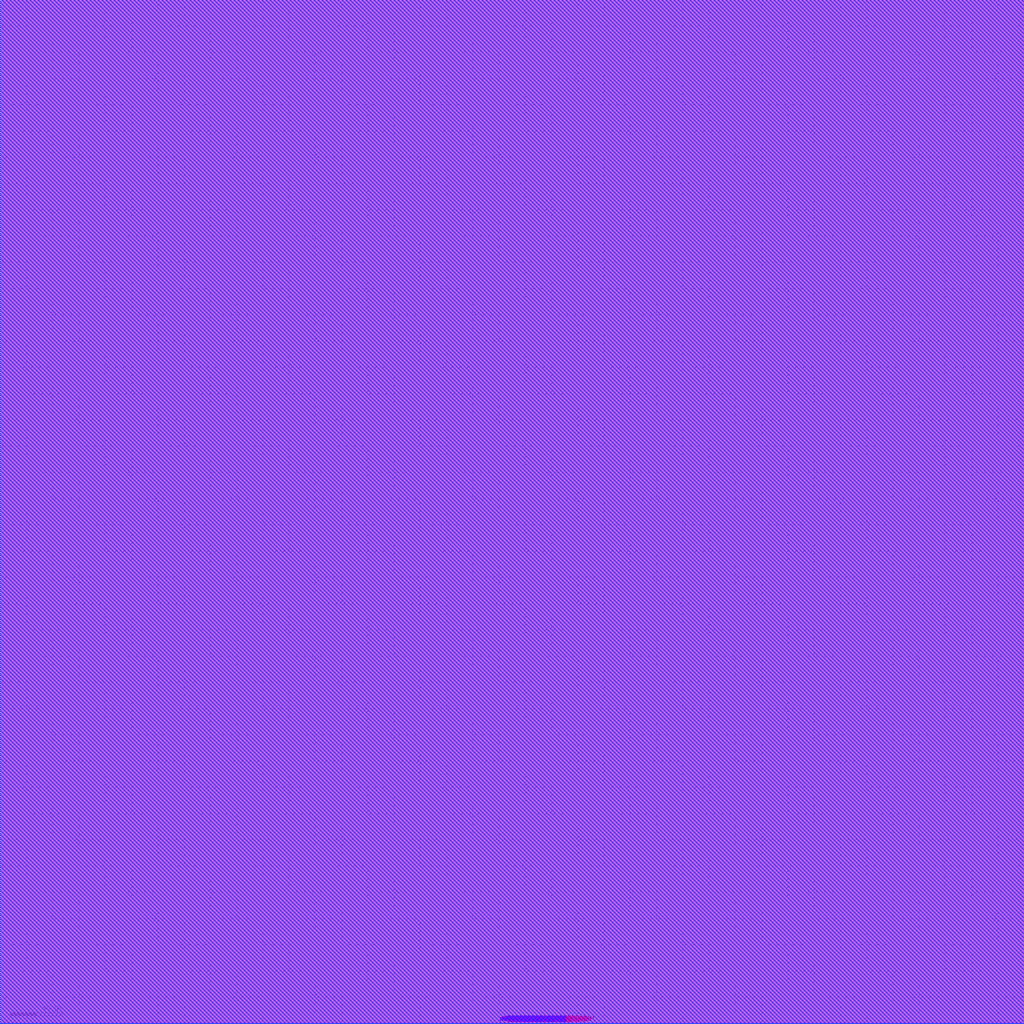
<source format=lef>
##
## LEF for PtnCells ;
## created by Innovus v19.16-s053_1 on Tue Apr 25 13:18:34 2023
##

VERSION 5.8 ;

BUSBITCHARS "[]" ;
DIVIDERCHAR "/" ;

MACRO ORCA_TOP
  CLASS BLOCK ;
  SIZE 780.064000 BY 780.064000 ;
  FOREIGN ORCA_TOP 0.000000 0.000000 ;
  ORIGIN 0 0 ;
  SYMMETRY X Y R90 ;
  PIN sdram_clk
    DIRECTION INPUT ;
    USE SIGNAL ;
    PORT
      LAYER M6 ;
        RECT 379.972000 0.000000 380.028000 0.286000 ;
    END
  END sdram_clk
  PIN sys_2x_clk
    DIRECTION INPUT ;
    USE SIGNAL ;
    PORT
      LAYER M6 ;
        RECT 380.276000 0.000000 380.332000 0.286000 ;
    END
  END sys_2x_clk
  PIN shutdown
    DIRECTION INPUT ;
    USE SIGNAL ;
    PORT
      LAYER M6 ;
        RECT 380.580000 0.000000 380.636000 0.286000 ;
    END
  END shutdown
  PIN test_mode
    DIRECTION INPUT ;
    USE SIGNAL ;
    PORT
      LAYER M6 ;
        RECT 380.884000 0.000000 380.940000 0.286000 ;
    END
  END test_mode
  PIN test_si[5]
    DIRECTION INPUT ;
    USE SIGNAL ;
    PORT
      LAYER M6 ;
        RECT 381.188000 0.000000 381.244000 0.286000 ;
    END
  END test_si[5]
  PIN test_si[4]
    DIRECTION INPUT ;
    USE SIGNAL ;
    PORT
      LAYER M6 ;
        RECT 381.492000 0.000000 381.548000 0.286000 ;
    END
  END test_si[4]
  PIN test_si[3]
    DIRECTION INPUT ;
    USE SIGNAL ;
    PORT
      LAYER M6 ;
        RECT 381.796000 0.000000 381.852000 0.286000 ;
    END
  END test_si[3]
  PIN test_si[2]
    DIRECTION INPUT ;
    USE SIGNAL ;
    PORT
      LAYER M6 ;
        RECT 382.100000 0.000000 382.156000 0.286000 ;
    END
  END test_si[2]
  PIN test_si[1]
    DIRECTION INPUT ;
    USE SIGNAL ;
    PORT
      LAYER M6 ;
        RECT 382.404000 0.000000 382.460000 0.286000 ;
    END
  END test_si[1]
  PIN test_si[0]
    DIRECTION INPUT ;
    USE SIGNAL ;
    PORT
      LAYER M6 ;
        RECT 382.708000 0.000000 382.764000 0.286000 ;
    END
  END test_si[0]
  PIN test_so[5]
    DIRECTION OUTPUT ;
    USE SIGNAL ;
    PORT
      LAYER M6 ;
        RECT 383.012000 0.000000 383.068000 0.286000 ;
    END
  END test_so[5]
  PIN test_so[4]
    DIRECTION OUTPUT ;
    USE SIGNAL ;
    PORT
      LAYER M6 ;
        RECT 383.316000 0.000000 383.372000 0.286000 ;
    END
  END test_so[4]
  PIN test_so[3]
    DIRECTION OUTPUT ;
    USE SIGNAL ;
    PORT
      LAYER M6 ;
        RECT 383.620000 0.000000 383.676000 0.286000 ;
    END
  END test_so[3]
  PIN test_so[2]
    DIRECTION OUTPUT ;
    USE SIGNAL ;
    PORT
      LAYER M6 ;
        RECT 383.924000 0.000000 383.980000 0.286000 ;
    END
  END test_so[2]
  PIN test_so[1]
    DIRECTION OUTPUT ;
    USE SIGNAL ;
    PORT
      LAYER M6 ;
        RECT 384.228000 0.000000 384.284000 0.286000 ;
    END
  END test_so[1]
  PIN test_so[0]
    DIRECTION OUTPUT ;
    USE SIGNAL ;
    PORT
      LAYER M6 ;
        RECT 384.532000 0.000000 384.588000 0.286000 ;
    END
  END test_so[0]
  PIN scan_enable
    DIRECTION INPUT ;
    USE SIGNAL ;
    PORT
      LAYER M6 ;
        RECT 384.836000 0.000000 384.892000 0.286000 ;
    END
  END scan_enable
  PIN ate_clk
    DIRECTION INPUT ;
    USE SIGNAL ;
    PORT
      LAYER M6 ;
        RECT 385.140000 0.000000 385.196000 0.286000 ;
    END
  END ate_clk
  PIN occ_bypass
    DIRECTION INPUT ;
    USE SIGNAL ;
    PORT
      LAYER M6 ;
        RECT 385.444000 0.000000 385.500000 0.286000 ;
    END
  END occ_bypass
  PIN occ_reset
    DIRECTION INPUT ;
    USE SIGNAL ;
    PORT
      LAYER M6 ;
        RECT 385.748000 0.000000 385.804000 0.286000 ;
    END
  END occ_reset
  PIN pclk
    DIRECTION INPUT ;
    USE SIGNAL ;
    PORT
      LAYER M6 ;
        RECT 386.052000 0.000000 386.108000 0.286000 ;
    END
  END pclk
  PIN prst_n
    DIRECTION INPUT ;
    USE SIGNAL ;
    PORT
      LAYER M6 ;
        RECT 386.356000 0.000000 386.412000 0.286000 ;
    END
  END prst_n
  PIN pidsel
    DIRECTION INPUT ;
    USE SIGNAL ;
    PORT
      LAYER M6 ;
        RECT 386.660000 0.000000 386.716000 0.286000 ;
    END
  END pidsel
  PIN pgnt_n
    DIRECTION INPUT ;
    USE SIGNAL ;
    PORT
      LAYER M6 ;
        RECT 386.964000 0.000000 387.020000 0.286000 ;
    END
  END pgnt_n
  PIN pad_in[31]
    DIRECTION INPUT ;
    USE SIGNAL ;
    PORT
      LAYER M6 ;
        RECT 387.268000 0.000000 387.324000 0.286000 ;
    END
  END pad_in[31]
  PIN pad_in[30]
    DIRECTION INPUT ;
    USE SIGNAL ;
    PORT
      LAYER M6 ;
        RECT 387.572000 0.000000 387.628000 0.286000 ;
    END
  END pad_in[30]
  PIN pad_in[29]
    DIRECTION INPUT ;
    USE SIGNAL ;
    PORT
      LAYER M6 ;
        RECT 387.876000 0.000000 387.932000 0.286000 ;
    END
  END pad_in[29]
  PIN pad_in[28]
    DIRECTION INPUT ;
    USE SIGNAL ;
    PORT
      LAYER M6 ;
        RECT 388.180000 0.000000 388.236000 0.286000 ;
    END
  END pad_in[28]
  PIN pad_in[27]
    DIRECTION INPUT ;
    USE SIGNAL ;
    PORT
      LAYER M6 ;
        RECT 388.484000 0.000000 388.540000 0.286000 ;
    END
  END pad_in[27]
  PIN pad_in[26]
    DIRECTION INPUT ;
    USE SIGNAL ;
    PORT
      LAYER M6 ;
        RECT 388.788000 0.000000 388.844000 0.286000 ;
    END
  END pad_in[26]
  PIN pad_in[25]
    DIRECTION INPUT ;
    USE SIGNAL ;
    PORT
      LAYER M6 ;
        RECT 389.092000 0.000000 389.148000 0.286000 ;
    END
  END pad_in[25]
  PIN pad_in[24]
    DIRECTION INPUT ;
    USE SIGNAL ;
    PORT
      LAYER M6 ;
        RECT 389.396000 0.000000 389.452000 0.286000 ;
    END
  END pad_in[24]
  PIN pad_in[23]
    DIRECTION INPUT ;
    USE SIGNAL ;
    PORT
      LAYER M6 ;
        RECT 389.700000 0.000000 389.756000 0.286000 ;
    END
  END pad_in[23]
  PIN pad_in[22]
    DIRECTION INPUT ;
    USE SIGNAL ;
    PORT
      LAYER M6 ;
        RECT 390.004000 0.000000 390.060000 0.286000 ;
    END
  END pad_in[22]
  PIN pad_in[21]
    DIRECTION INPUT ;
    USE SIGNAL ;
    PORT
      LAYER M6 ;
        RECT 390.308000 0.000000 390.364000 0.286000 ;
    END
  END pad_in[21]
  PIN pad_in[20]
    DIRECTION INPUT ;
    USE SIGNAL ;
    PORT
      LAYER M6 ;
        RECT 390.612000 0.000000 390.668000 0.286000 ;
    END
  END pad_in[20]
  PIN pad_in[19]
    DIRECTION INPUT ;
    USE SIGNAL ;
    PORT
      LAYER M6 ;
        RECT 390.916000 0.000000 390.972000 0.286000 ;
    END
  END pad_in[19]
  PIN pad_in[18]
    DIRECTION INPUT ;
    USE SIGNAL ;
    PORT
      LAYER M6 ;
        RECT 391.220000 0.000000 391.276000 0.286000 ;
    END
  END pad_in[18]
  PIN pad_in[17]
    DIRECTION INPUT ;
    USE SIGNAL ;
    PORT
      LAYER M6 ;
        RECT 391.524000 0.000000 391.580000 0.286000 ;
    END
  END pad_in[17]
  PIN pad_in[16]
    DIRECTION INPUT ;
    USE SIGNAL ;
    PORT
      LAYER M6 ;
        RECT 391.828000 0.000000 391.884000 0.286000 ;
    END
  END pad_in[16]
  PIN pad_in[15]
    DIRECTION INPUT ;
    USE SIGNAL ;
    PORT
      LAYER M6 ;
        RECT 392.132000 0.000000 392.188000 0.286000 ;
    END
  END pad_in[15]
  PIN pad_in[14]
    DIRECTION INPUT ;
    USE SIGNAL ;
    PORT
      LAYER M6 ;
        RECT 392.436000 0.000000 392.492000 0.286000 ;
    END
  END pad_in[14]
  PIN pad_in[13]
    DIRECTION INPUT ;
    USE SIGNAL ;
    PORT
      LAYER M6 ;
        RECT 392.740000 0.000000 392.796000 0.286000 ;
    END
  END pad_in[13]
  PIN pad_in[12]
    DIRECTION INPUT ;
    USE SIGNAL ;
    PORT
      LAYER M6 ;
        RECT 393.044000 0.000000 393.100000 0.286000 ;
    END
  END pad_in[12]
  PIN pad_in[11]
    DIRECTION INPUT ;
    USE SIGNAL ;
    PORT
      LAYER M6 ;
        RECT 393.348000 0.000000 393.404000 0.286000 ;
    END
  END pad_in[11]
  PIN pad_in[10]
    DIRECTION INPUT ;
    USE SIGNAL ;
    PORT
      LAYER M6 ;
        RECT 393.652000 0.000000 393.708000 0.286000 ;
    END
  END pad_in[10]
  PIN pad_in[9]
    DIRECTION INPUT ;
    USE SIGNAL ;
    PORT
      LAYER M6 ;
        RECT 393.956000 0.000000 394.012000 0.286000 ;
    END
  END pad_in[9]
  PIN pad_in[8]
    DIRECTION INPUT ;
    USE SIGNAL ;
    PORT
      LAYER M6 ;
        RECT 394.260000 0.000000 394.316000 0.286000 ;
    END
  END pad_in[8]
  PIN pad_in[7]
    DIRECTION INPUT ;
    USE SIGNAL ;
    PORT
      LAYER M6 ;
        RECT 394.564000 0.000000 394.620000 0.286000 ;
    END
  END pad_in[7]
  PIN pad_in[6]
    DIRECTION INPUT ;
    USE SIGNAL ;
    PORT
      LAYER M6 ;
        RECT 394.868000 0.000000 394.924000 0.286000 ;
    END
  END pad_in[6]
  PIN pad_in[5]
    DIRECTION INPUT ;
    USE SIGNAL ;
    PORT
      LAYER M6 ;
        RECT 395.172000 0.000000 395.228000 0.286000 ;
    END
  END pad_in[5]
  PIN pad_in[4]
    DIRECTION INPUT ;
    USE SIGNAL ;
    PORT
      LAYER M6 ;
        RECT 395.476000 0.000000 395.532000 0.286000 ;
    END
  END pad_in[4]
  PIN pad_in[3]
    DIRECTION INPUT ;
    USE SIGNAL ;
    PORT
      LAYER M6 ;
        RECT 395.780000 0.000000 395.836000 0.286000 ;
    END
  END pad_in[3]
  PIN pad_in[2]
    DIRECTION INPUT ;
    USE SIGNAL ;
    PORT
      LAYER M6 ;
        RECT 396.084000 0.000000 396.140000 0.286000 ;
    END
  END pad_in[2]
  PIN pad_in[1]
    DIRECTION INPUT ;
    USE SIGNAL ;
    PORT
      LAYER M6 ;
        RECT 396.388000 0.000000 396.444000 0.286000 ;
    END
  END pad_in[1]
  PIN pad_in[0]
    DIRECTION INPUT ;
    USE SIGNAL ;
    PORT
      LAYER M6 ;
        RECT 396.692000 0.000000 396.748000 0.286000 ;
    END
  END pad_in[0]
  PIN pad_out[31]
    DIRECTION OUTPUT ;
    USE SIGNAL ;
    PORT
      LAYER M6 ;
        RECT 396.996000 0.000000 397.052000 0.286000 ;
    END
  END pad_out[31]
  PIN pad_out[30]
    DIRECTION OUTPUT ;
    USE SIGNAL ;
    PORT
      LAYER M6 ;
        RECT 397.300000 0.000000 397.356000 0.286000 ;
    END
  END pad_out[30]
  PIN pad_out[29]
    DIRECTION OUTPUT ;
    USE SIGNAL ;
    PORT
      LAYER M6 ;
        RECT 397.604000 0.000000 397.660000 0.286000 ;
    END
  END pad_out[29]
  PIN pad_out[28]
    DIRECTION OUTPUT ;
    USE SIGNAL ;
    PORT
      LAYER M6 ;
        RECT 397.908000 0.000000 397.964000 0.286000 ;
    END
  END pad_out[28]
  PIN pad_out[27]
    DIRECTION OUTPUT ;
    USE SIGNAL ;
    PORT
      LAYER M6 ;
        RECT 398.212000 0.000000 398.268000 0.286000 ;
    END
  END pad_out[27]
  PIN pad_out[26]
    DIRECTION OUTPUT ;
    USE SIGNAL ;
    PORT
      LAYER M6 ;
        RECT 398.516000 0.000000 398.572000 0.286000 ;
    END
  END pad_out[26]
  PIN pad_out[25]
    DIRECTION OUTPUT ;
    USE SIGNAL ;
    PORT
      LAYER M6 ;
        RECT 398.820000 0.000000 398.876000 0.286000 ;
    END
  END pad_out[25]
  PIN pad_out[24]
    DIRECTION OUTPUT ;
    USE SIGNAL ;
    PORT
      LAYER M6 ;
        RECT 399.124000 0.000000 399.180000 0.286000 ;
    END
  END pad_out[24]
  PIN pad_out[23]
    DIRECTION OUTPUT ;
    USE SIGNAL ;
    PORT
      LAYER M6 ;
        RECT 399.428000 0.000000 399.484000 0.286000 ;
    END
  END pad_out[23]
  PIN pad_out[22]
    DIRECTION OUTPUT ;
    USE SIGNAL ;
    PORT
      LAYER M6 ;
        RECT 399.732000 0.000000 399.788000 0.286000 ;
    END
  END pad_out[22]
  PIN pad_out[21]
    DIRECTION OUTPUT ;
    USE SIGNAL ;
    PORT
      LAYER M6 ;
        RECT 400.036000 0.000000 400.092000 0.286000 ;
    END
  END pad_out[21]
  PIN pad_out[20]
    DIRECTION OUTPUT ;
    USE SIGNAL ;
    PORT
      LAYER M6 ;
        RECT 400.340000 0.000000 400.396000 0.286000 ;
    END
  END pad_out[20]
  PIN pad_out[19]
    DIRECTION OUTPUT ;
    USE SIGNAL ;
    PORT
      LAYER M6 ;
        RECT 400.644000 0.000000 400.700000 0.286000 ;
    END
  END pad_out[19]
  PIN pad_out[18]
    DIRECTION OUTPUT ;
    USE SIGNAL ;
    PORT
      LAYER M6 ;
        RECT 400.948000 0.000000 401.004000 0.286000 ;
    END
  END pad_out[18]
  PIN pad_out[17]
    DIRECTION OUTPUT ;
    USE SIGNAL ;
    PORT
      LAYER M6 ;
        RECT 401.252000 0.000000 401.308000 0.286000 ;
    END
  END pad_out[17]
  PIN pad_out[16]
    DIRECTION OUTPUT ;
    USE SIGNAL ;
    PORT
      LAYER M6 ;
        RECT 401.556000 0.000000 401.612000 0.286000 ;
    END
  END pad_out[16]
  PIN pad_out[15]
    DIRECTION OUTPUT ;
    USE SIGNAL ;
    PORT
      LAYER M6 ;
        RECT 401.860000 0.000000 401.916000 0.286000 ;
    END
  END pad_out[15]
  PIN pad_out[14]
    DIRECTION OUTPUT ;
    USE SIGNAL ;
    PORT
      LAYER M6 ;
        RECT 402.164000 0.000000 402.220000 0.286000 ;
    END
  END pad_out[14]
  PIN pad_out[13]
    DIRECTION OUTPUT ;
    USE SIGNAL ;
    PORT
      LAYER M6 ;
        RECT 402.468000 0.000000 402.524000 0.286000 ;
    END
  END pad_out[13]
  PIN pad_out[12]
    DIRECTION OUTPUT ;
    USE SIGNAL ;
    PORT
      LAYER M6 ;
        RECT 402.772000 0.000000 402.828000 0.286000 ;
    END
  END pad_out[12]
  PIN pad_out[11]
    DIRECTION OUTPUT ;
    USE SIGNAL ;
    PORT
      LAYER M6 ;
        RECT 403.076000 0.000000 403.132000 0.286000 ;
    END
  END pad_out[11]
  PIN pad_out[10]
    DIRECTION OUTPUT ;
    USE SIGNAL ;
    PORT
      LAYER M6 ;
        RECT 403.380000 0.000000 403.436000 0.286000 ;
    END
  END pad_out[10]
  PIN pad_out[9]
    DIRECTION OUTPUT ;
    USE SIGNAL ;
    PORT
      LAYER M6 ;
        RECT 403.684000 0.000000 403.740000 0.286000 ;
    END
  END pad_out[9]
  PIN pad_out[8]
    DIRECTION OUTPUT ;
    USE SIGNAL ;
    PORT
      LAYER M6 ;
        RECT 403.988000 0.000000 404.044000 0.286000 ;
    END
  END pad_out[8]
  PIN pad_out[7]
    DIRECTION OUTPUT ;
    USE SIGNAL ;
    PORT
      LAYER M6 ;
        RECT 404.292000 0.000000 404.348000 0.286000 ;
    END
  END pad_out[7]
  PIN pad_out[6]
    DIRECTION OUTPUT ;
    USE SIGNAL ;
    PORT
      LAYER M6 ;
        RECT 404.596000 0.000000 404.652000 0.286000 ;
    END
  END pad_out[6]
  PIN pad_out[5]
    DIRECTION OUTPUT ;
    USE SIGNAL ;
    PORT
      LAYER M6 ;
        RECT 404.900000 0.000000 404.956000 0.286000 ;
    END
  END pad_out[5]
  PIN pad_out[4]
    DIRECTION OUTPUT ;
    USE SIGNAL ;
    PORT
      LAYER M6 ;
        RECT 405.204000 0.000000 405.260000 0.286000 ;
    END
  END pad_out[4]
  PIN pad_out[3]
    DIRECTION OUTPUT ;
    USE SIGNAL ;
    PORT
      LAYER M6 ;
        RECT 405.508000 0.000000 405.564000 0.286000 ;
    END
  END pad_out[3]
  PIN pad_out[2]
    DIRECTION OUTPUT ;
    USE SIGNAL ;
    PORT
      LAYER M6 ;
        RECT 405.812000 0.000000 405.868000 0.286000 ;
    END
  END pad_out[2]
  PIN pad_out[1]
    DIRECTION OUTPUT ;
    USE SIGNAL ;
    PORT
      LAYER M6 ;
        RECT 406.116000 0.000000 406.172000 0.286000 ;
    END
  END pad_out[1]
  PIN pad_out[0]
    DIRECTION OUTPUT ;
    USE SIGNAL ;
    PORT
      LAYER M6 ;
        RECT 406.420000 0.000000 406.476000 0.286000 ;
    END
  END pad_out[0]
  PIN pad_en
    DIRECTION OUTPUT ;
    USE SIGNAL ;
    PORT
      LAYER M6 ;
        RECT 406.724000 0.000000 406.780000 0.286000 ;
    END
  END pad_en
  PIN ppar_in
    DIRECTION INPUT ;
    USE SIGNAL ;
    PORT
      LAYER M6 ;
        RECT 407.028000 0.000000 407.084000 0.286000 ;
    END
  END ppar_in
  PIN ppar_out
    DIRECTION OUTPUT ;
    USE SIGNAL ;
    PORT
      LAYER M6 ;
        RECT 407.332000 0.000000 407.388000 0.286000 ;
    END
  END ppar_out
  PIN ppar_en
    DIRECTION OUTPUT ;
    USE SIGNAL ;
    PORT
      LAYER M6 ;
        RECT 407.636000 0.000000 407.692000 0.286000 ;
    END
  END ppar_en
  PIN pc_be_in[3]
    DIRECTION INPUT ;
    USE SIGNAL ;
    PORT
      LAYER M6 ;
        RECT 407.940000 0.000000 407.996000 0.286000 ;
    END
  END pc_be_in[3]
  PIN pc_be_in[2]
    DIRECTION INPUT ;
    USE SIGNAL ;
    PORT
      LAYER M6 ;
        RECT 408.244000 0.000000 408.300000 0.286000 ;
    END
  END pc_be_in[2]
  PIN pc_be_in[1]
    DIRECTION INPUT ;
    USE SIGNAL ;
    PORT
      LAYER M6 ;
        RECT 408.548000 0.000000 408.604000 0.286000 ;
    END
  END pc_be_in[1]
  PIN pc_be_in[0]
    DIRECTION INPUT ;
    USE SIGNAL ;
    PORT
      LAYER M6 ;
        RECT 408.852000 0.000000 408.908000 0.286000 ;
    END
  END pc_be_in[0]
  PIN pc_be_out[3]
    DIRECTION OUTPUT ;
    USE SIGNAL ;
    PORT
      LAYER M6 ;
        RECT 409.156000 0.000000 409.212000 0.286000 ;
    END
  END pc_be_out[3]
  PIN pc_be_out[2]
    DIRECTION OUTPUT ;
    USE SIGNAL ;
    PORT
      LAYER M6 ;
        RECT 409.460000 0.000000 409.516000 0.286000 ;
    END
  END pc_be_out[2]
  PIN pc_be_out[1]
    DIRECTION OUTPUT ;
    USE SIGNAL ;
    PORT
      LAYER M6 ;
        RECT 409.764000 0.000000 409.820000 0.286000 ;
    END
  END pc_be_out[1]
  PIN pc_be_out[0]
    DIRECTION OUTPUT ;
    USE SIGNAL ;
    PORT
      LAYER M6 ;
        RECT 410.068000 0.000000 410.124000 0.286000 ;
    END
  END pc_be_out[0]
  PIN pc_be_en
    DIRECTION OUTPUT ;
    USE SIGNAL ;
    PORT
      LAYER M6 ;
        RECT 410.372000 0.000000 410.428000 0.286000 ;
    END
  END pc_be_en
  PIN pframe_n_in
    DIRECTION INPUT ;
    USE SIGNAL ;
    PORT
      LAYER M6 ;
        RECT 410.676000 0.000000 410.732000 0.286000 ;
    END
  END pframe_n_in
  PIN pframe_n_out
    DIRECTION OUTPUT ;
    USE SIGNAL ;
    PORT
      LAYER M6 ;
        RECT 410.980000 0.000000 411.036000 0.286000 ;
    END
  END pframe_n_out
  PIN pframe_n_en
    DIRECTION OUTPUT ;
    USE SIGNAL ;
    PORT
      LAYER M6 ;
        RECT 411.284000 0.000000 411.340000 0.286000 ;
    END
  END pframe_n_en
  PIN ptrdy_n_in
    DIRECTION INPUT ;
    USE SIGNAL ;
    PORT
      LAYER M6 ;
        RECT 411.588000 0.000000 411.644000 0.286000 ;
    END
  END ptrdy_n_in
  PIN ptrdy_n_out
    DIRECTION OUTPUT ;
    USE SIGNAL ;
    PORT
      LAYER M6 ;
        RECT 411.892000 0.000000 411.948000 0.286000 ;
    END
  END ptrdy_n_out
  PIN ptrdy_n_en
    DIRECTION OUTPUT ;
    USE SIGNAL ;
    PORT
      LAYER M6 ;
        RECT 412.196000 0.000000 412.252000 0.286000 ;
    END
  END ptrdy_n_en
  PIN pirdy_n_in
    DIRECTION INPUT ;
    USE SIGNAL ;
    PORT
      LAYER M6 ;
        RECT 412.500000 0.000000 412.556000 0.286000 ;
    END
  END pirdy_n_in
  PIN pirdy_n_out
    DIRECTION OUTPUT ;
    USE SIGNAL ;
    PORT
      LAYER M6 ;
        RECT 412.804000 0.000000 412.860000 0.286000 ;
    END
  END pirdy_n_out
  PIN pirdy_n_en
    DIRECTION OUTPUT ;
    USE SIGNAL ;
    PORT
      LAYER M6 ;
        RECT 413.108000 0.000000 413.164000 0.286000 ;
    END
  END pirdy_n_en
  PIN pdevsel_n_in
    DIRECTION INPUT ;
    USE SIGNAL ;
    PORT
      LAYER M6 ;
        RECT 413.412000 0.000000 413.468000 0.286000 ;
    END
  END pdevsel_n_in
  PIN pdevsel_n_out
    DIRECTION OUTPUT ;
    USE SIGNAL ;
    PORT
      LAYER M6 ;
        RECT 413.716000 0.000000 413.772000 0.286000 ;
    END
  END pdevsel_n_out
  PIN pdevsel_n_en
    DIRECTION OUTPUT ;
    USE SIGNAL ;
    PORT
      LAYER M6 ;
        RECT 414.020000 0.000000 414.076000 0.286000 ;
    END
  END pdevsel_n_en
  PIN pstop_n_in
    DIRECTION INPUT ;
    USE SIGNAL ;
    PORT
      LAYER M6 ;
        RECT 414.324000 0.000000 414.380000 0.286000 ;
    END
  END pstop_n_in
  PIN pstop_n_out
    DIRECTION OUTPUT ;
    USE SIGNAL ;
    PORT
      LAYER M6 ;
        RECT 414.628000 0.000000 414.684000 0.286000 ;
    END
  END pstop_n_out
  PIN pstop_n_en
    DIRECTION OUTPUT ;
    USE SIGNAL ;
    PORT
      LAYER M6 ;
        RECT 414.932000 0.000000 414.988000 0.286000 ;
    END
  END pstop_n_en
  PIN pperr_n_in
    DIRECTION INPUT ;
    USE SIGNAL ;
    PORT
      LAYER M6 ;
        RECT 415.236000 0.000000 415.292000 0.286000 ;
    END
  END pperr_n_in
  PIN pperr_n_out
    DIRECTION OUTPUT ;
    USE SIGNAL ;
    PORT
      LAYER M6 ;
        RECT 415.540000 0.000000 415.596000 0.286000 ;
    END
  END pperr_n_out
  PIN pperr_n_en
    DIRECTION OUTPUT ;
    USE SIGNAL ;
    PORT
      LAYER M6 ;
        RECT 415.844000 0.000000 415.900000 0.286000 ;
    END
  END pperr_n_en
  PIN pserr_n_in
    DIRECTION INPUT ;
    USE SIGNAL ;
    PORT
      LAYER M6 ;
        RECT 416.148000 0.000000 416.204000 0.286000 ;
    END
  END pserr_n_in
  PIN pserr_n_out
    DIRECTION OUTPUT ;
    USE SIGNAL ;
    PORT
      LAYER M6 ;
        RECT 416.452000 0.000000 416.508000 0.286000 ;
    END
  END pserr_n_out
  PIN pserr_n_en
    DIRECTION OUTPUT ;
    USE SIGNAL ;
    PORT
      LAYER M6 ;
        RECT 416.756000 0.000000 416.812000 0.286000 ;
    END
  END pserr_n_en
  PIN preq_n
    DIRECTION OUTPUT ;
    USE SIGNAL ;
    PORT
      LAYER M6 ;
        RECT 417.060000 0.000000 417.116000 0.286000 ;
    END
  END preq_n
  PIN pack_n
    DIRECTION OUTPUT ;
    USE SIGNAL ;
    PORT
      LAYER M6 ;
        RECT 417.364000 0.000000 417.420000 0.286000 ;
    END
  END pack_n
  PIN pm66en
    DIRECTION INPUT ;
    USE SIGNAL ;
    PORT
      LAYER M8 ;
        RECT 379.972000 0.000000 380.028000 0.286000 ;
    END
  END pm66en
  PIN sd_A[9]
    DIRECTION OUTPUT ;
    USE SIGNAL ;
    PORT
      LAYER M8 ;
        RECT 380.124000 0.000000 380.180000 0.286000 ;
    END
  END sd_A[9]
  PIN sd_A[8]
    DIRECTION OUTPUT ;
    USE SIGNAL ;
    PORT
      LAYER M8 ;
        RECT 380.276000 0.000000 380.332000 0.286000 ;
    END
  END sd_A[8]
  PIN sd_A[7]
    DIRECTION OUTPUT ;
    USE SIGNAL ;
    PORT
      LAYER M8 ;
        RECT 380.428000 0.000000 380.484000 0.286000 ;
    END
  END sd_A[7]
  PIN sd_A[6]
    DIRECTION OUTPUT ;
    USE SIGNAL ;
    PORT
      LAYER M8 ;
        RECT 380.580000 0.000000 380.636000 0.286000 ;
    END
  END sd_A[6]
  PIN sd_A[5]
    DIRECTION OUTPUT ;
    USE SIGNAL ;
    PORT
      LAYER M8 ;
        RECT 380.732000 0.000000 380.788000 0.286000 ;
    END
  END sd_A[5]
  PIN sd_A[4]
    DIRECTION OUTPUT ;
    USE SIGNAL ;
    PORT
      LAYER M8 ;
        RECT 380.884000 0.000000 380.940000 0.286000 ;
    END
  END sd_A[4]
  PIN sd_A[3]
    DIRECTION OUTPUT ;
    USE SIGNAL ;
    PORT
      LAYER M8 ;
        RECT 381.036000 0.000000 381.092000 0.286000 ;
    END
  END sd_A[3]
  PIN sd_A[2]
    DIRECTION OUTPUT ;
    USE SIGNAL ;
    PORT
      LAYER M8 ;
        RECT 381.188000 0.000000 381.244000 0.286000 ;
    END
  END sd_A[2]
  PIN sd_A[1]
    DIRECTION OUTPUT ;
    USE SIGNAL ;
    PORT
      LAYER M8 ;
        RECT 381.340000 0.000000 381.396000 0.286000 ;
    END
  END sd_A[1]
  PIN sd_A[0]
    DIRECTION OUTPUT ;
    USE SIGNAL ;
    PORT
      LAYER M8 ;
        RECT 381.492000 0.000000 381.548000 0.286000 ;
    END
  END sd_A[0]
  PIN sd_CK
    DIRECTION OUTPUT ;
    USE SIGNAL ;
    PORT
      LAYER M8 ;
        RECT 381.644000 0.000000 381.700000 0.286000 ;
    END
  END sd_CK
  PIN sd_CKn
    DIRECTION OUTPUT ;
    USE SIGNAL ;
    PORT
      LAYER M8 ;
        RECT 381.796000 0.000000 381.852000 0.286000 ;
    END
  END sd_CKn
  PIN sd_LD
    DIRECTION OUTPUT ;
    USE SIGNAL ;
    PORT
      LAYER M8 ;
        RECT 381.948000 0.000000 382.004000 0.286000 ;
    END
  END sd_LD
  PIN sd_RW
    DIRECTION OUTPUT ;
    USE SIGNAL ;
    PORT
      LAYER M8 ;
        RECT 382.100000 0.000000 382.156000 0.286000 ;
    END
  END sd_RW
  PIN sd_BWS[1]
    DIRECTION OUTPUT ;
    USE SIGNAL ;
    PORT
      LAYER M8 ;
        RECT 382.252000 0.000000 382.308000 0.286000 ;
    END
  END sd_BWS[1]
  PIN sd_BWS[0]
    DIRECTION OUTPUT ;
    USE SIGNAL ;
    PORT
      LAYER M8 ;
        RECT 382.404000 0.000000 382.460000 0.286000 ;
    END
  END sd_BWS[0]
  PIN sd_DQ_in[31]
    DIRECTION INPUT ;
    USE SIGNAL ;
    PORT
      LAYER M8 ;
        RECT 382.556000 0.000000 382.612000 0.286000 ;
    END
  END sd_DQ_in[31]
  PIN sd_DQ_in[30]
    DIRECTION INPUT ;
    USE SIGNAL ;
    PORT
      LAYER M8 ;
        RECT 382.708000 0.000000 382.764000 0.286000 ;
    END
  END sd_DQ_in[30]
  PIN sd_DQ_in[29]
    DIRECTION INPUT ;
    USE SIGNAL ;
    PORT
      LAYER M8 ;
        RECT 382.860000 0.000000 382.916000 0.286000 ;
    END
  END sd_DQ_in[29]
  PIN sd_DQ_in[28]
    DIRECTION INPUT ;
    USE SIGNAL ;
    PORT
      LAYER M8 ;
        RECT 383.012000 0.000000 383.068000 0.286000 ;
    END
  END sd_DQ_in[28]
  PIN sd_DQ_in[27]
    DIRECTION INPUT ;
    USE SIGNAL ;
    PORT
      LAYER M8 ;
        RECT 383.164000 0.000000 383.220000 0.286000 ;
    END
  END sd_DQ_in[27]
  PIN sd_DQ_in[26]
    DIRECTION INPUT ;
    USE SIGNAL ;
    PORT
      LAYER M8 ;
        RECT 383.316000 0.000000 383.372000 0.286000 ;
    END
  END sd_DQ_in[26]
  PIN sd_DQ_in[25]
    DIRECTION INPUT ;
    USE SIGNAL ;
    PORT
      LAYER M8 ;
        RECT 383.468000 0.000000 383.524000 0.286000 ;
    END
  END sd_DQ_in[25]
  PIN sd_DQ_in[24]
    DIRECTION INPUT ;
    USE SIGNAL ;
    PORT
      LAYER M8 ;
        RECT 383.620000 0.000000 383.676000 0.286000 ;
    END
  END sd_DQ_in[24]
  PIN sd_DQ_in[23]
    DIRECTION INPUT ;
    USE SIGNAL ;
    PORT
      LAYER M8 ;
        RECT 383.772000 0.000000 383.828000 0.286000 ;
    END
  END sd_DQ_in[23]
  PIN sd_DQ_in[22]
    DIRECTION INPUT ;
    USE SIGNAL ;
    PORT
      LAYER M8 ;
        RECT 383.924000 0.000000 383.980000 0.286000 ;
    END
  END sd_DQ_in[22]
  PIN sd_DQ_in[21]
    DIRECTION INPUT ;
    USE SIGNAL ;
    PORT
      LAYER M8 ;
        RECT 384.076000 0.000000 384.132000 0.286000 ;
    END
  END sd_DQ_in[21]
  PIN sd_DQ_in[20]
    DIRECTION INPUT ;
    USE SIGNAL ;
    PORT
      LAYER M8 ;
        RECT 384.228000 0.000000 384.284000 0.286000 ;
    END
  END sd_DQ_in[20]
  PIN sd_DQ_in[19]
    DIRECTION INPUT ;
    USE SIGNAL ;
    PORT
      LAYER M8 ;
        RECT 384.380000 0.000000 384.436000 0.286000 ;
    END
  END sd_DQ_in[19]
  PIN sd_DQ_in[18]
    DIRECTION INPUT ;
    USE SIGNAL ;
    PORT
      LAYER M8 ;
        RECT 384.532000 0.000000 384.588000 0.286000 ;
    END
  END sd_DQ_in[18]
  PIN sd_DQ_in[17]
    DIRECTION INPUT ;
    USE SIGNAL ;
    PORT
      LAYER M8 ;
        RECT 384.684000 0.000000 384.740000 0.286000 ;
    END
  END sd_DQ_in[17]
  PIN sd_DQ_in[16]
    DIRECTION INPUT ;
    USE SIGNAL ;
    PORT
      LAYER M8 ;
        RECT 384.836000 0.000000 384.892000 0.286000 ;
    END
  END sd_DQ_in[16]
  PIN sd_DQ_in[15]
    DIRECTION INPUT ;
    USE SIGNAL ;
    PORT
      LAYER M8 ;
        RECT 384.988000 0.000000 385.044000 0.286000 ;
    END
  END sd_DQ_in[15]
  PIN sd_DQ_in[14]
    DIRECTION INPUT ;
    USE SIGNAL ;
    PORT
      LAYER M8 ;
        RECT 385.140000 0.000000 385.196000 0.286000 ;
    END
  END sd_DQ_in[14]
  PIN sd_DQ_in[13]
    DIRECTION INPUT ;
    USE SIGNAL ;
    PORT
      LAYER M8 ;
        RECT 385.292000 0.000000 385.348000 0.286000 ;
    END
  END sd_DQ_in[13]
  PIN sd_DQ_in[12]
    DIRECTION INPUT ;
    USE SIGNAL ;
    PORT
      LAYER M8 ;
        RECT 385.444000 0.000000 385.500000 0.286000 ;
    END
  END sd_DQ_in[12]
  PIN sd_DQ_in[11]
    DIRECTION INPUT ;
    USE SIGNAL ;
    PORT
      LAYER M8 ;
        RECT 385.596000 0.000000 385.652000 0.286000 ;
    END
  END sd_DQ_in[11]
  PIN sd_DQ_in[10]
    DIRECTION INPUT ;
    USE SIGNAL ;
    PORT
      LAYER M8 ;
        RECT 385.748000 0.000000 385.804000 0.286000 ;
    END
  END sd_DQ_in[10]
  PIN sd_DQ_in[9]
    DIRECTION INPUT ;
    USE SIGNAL ;
    PORT
      LAYER M8 ;
        RECT 385.900000 0.000000 385.956000 0.286000 ;
    END
  END sd_DQ_in[9]
  PIN sd_DQ_in[8]
    DIRECTION INPUT ;
    USE SIGNAL ;
    PORT
      LAYER M8 ;
        RECT 386.052000 0.000000 386.108000 0.286000 ;
    END
  END sd_DQ_in[8]
  PIN sd_DQ_in[7]
    DIRECTION INPUT ;
    USE SIGNAL ;
    PORT
      LAYER M8 ;
        RECT 386.204000 0.000000 386.260000 0.286000 ;
    END
  END sd_DQ_in[7]
  PIN sd_DQ_in[6]
    DIRECTION INPUT ;
    USE SIGNAL ;
    PORT
      LAYER M8 ;
        RECT 386.356000 0.000000 386.412000 0.286000 ;
    END
  END sd_DQ_in[6]
  PIN sd_DQ_in[5]
    DIRECTION INPUT ;
    USE SIGNAL ;
    PORT
      LAYER M8 ;
        RECT 386.508000 0.000000 386.564000 0.286000 ;
    END
  END sd_DQ_in[5]
  PIN sd_DQ_in[4]
    DIRECTION INPUT ;
    USE SIGNAL ;
    PORT
      LAYER M8 ;
        RECT 386.660000 0.000000 386.716000 0.286000 ;
    END
  END sd_DQ_in[4]
  PIN sd_DQ_in[3]
    DIRECTION INPUT ;
    USE SIGNAL ;
    PORT
      LAYER M8 ;
        RECT 386.812000 0.000000 386.868000 0.286000 ;
    END
  END sd_DQ_in[3]
  PIN sd_DQ_in[2]
    DIRECTION INPUT ;
    USE SIGNAL ;
    PORT
      LAYER M8 ;
        RECT 386.964000 0.000000 387.020000 0.286000 ;
    END
  END sd_DQ_in[2]
  PIN sd_DQ_in[1]
    DIRECTION INPUT ;
    USE SIGNAL ;
    PORT
      LAYER M8 ;
        RECT 387.116000 0.000000 387.172000 0.286000 ;
    END
  END sd_DQ_in[1]
  PIN sd_DQ_in[0]
    DIRECTION INPUT ;
    USE SIGNAL ;
    PORT
      LAYER M8 ;
        RECT 387.268000 0.000000 387.324000 0.286000 ;
    END
  END sd_DQ_in[0]
  PIN sd_DQ_out[31]
    DIRECTION OUTPUT ;
    USE SIGNAL ;
    PORT
      LAYER M8 ;
        RECT 387.420000 0.000000 387.476000 0.286000 ;
    END
  END sd_DQ_out[31]
  PIN sd_DQ_out[30]
    DIRECTION OUTPUT ;
    USE SIGNAL ;
    PORT
      LAYER M8 ;
        RECT 387.572000 0.000000 387.628000 0.286000 ;
    END
  END sd_DQ_out[30]
  PIN sd_DQ_out[29]
    DIRECTION OUTPUT ;
    USE SIGNAL ;
    PORT
      LAYER M8 ;
        RECT 387.724000 0.000000 387.780000 0.286000 ;
    END
  END sd_DQ_out[29]
  PIN sd_DQ_out[28]
    DIRECTION OUTPUT ;
    USE SIGNAL ;
    PORT
      LAYER M8 ;
        RECT 387.876000 0.000000 387.932000 0.286000 ;
    END
  END sd_DQ_out[28]
  PIN sd_DQ_out[27]
    DIRECTION OUTPUT ;
    USE SIGNAL ;
    PORT
      LAYER M8 ;
        RECT 388.028000 0.000000 388.084000 0.286000 ;
    END
  END sd_DQ_out[27]
  PIN sd_DQ_out[26]
    DIRECTION OUTPUT ;
    USE SIGNAL ;
    PORT
      LAYER M8 ;
        RECT 388.180000 0.000000 388.236000 0.286000 ;
    END
  END sd_DQ_out[26]
  PIN sd_DQ_out[25]
    DIRECTION OUTPUT ;
    USE SIGNAL ;
    PORT
      LAYER M8 ;
        RECT 388.332000 0.000000 388.388000 0.286000 ;
    END
  END sd_DQ_out[25]
  PIN sd_DQ_out[24]
    DIRECTION OUTPUT ;
    USE SIGNAL ;
    PORT
      LAYER M8 ;
        RECT 388.484000 0.000000 388.540000 0.286000 ;
    END
  END sd_DQ_out[24]
  PIN sd_DQ_out[23]
    DIRECTION OUTPUT ;
    USE SIGNAL ;
    PORT
      LAYER M8 ;
        RECT 388.636000 0.000000 388.692000 0.286000 ;
    END
  END sd_DQ_out[23]
  PIN sd_DQ_out[22]
    DIRECTION OUTPUT ;
    USE SIGNAL ;
    PORT
      LAYER M8 ;
        RECT 388.788000 0.000000 388.844000 0.286000 ;
    END
  END sd_DQ_out[22]
  PIN sd_DQ_out[21]
    DIRECTION OUTPUT ;
    USE SIGNAL ;
    PORT
      LAYER M8 ;
        RECT 388.940000 0.000000 388.996000 0.286000 ;
    END
  END sd_DQ_out[21]
  PIN sd_DQ_out[20]
    DIRECTION OUTPUT ;
    USE SIGNAL ;
    PORT
      LAYER M8 ;
        RECT 389.092000 0.000000 389.148000 0.286000 ;
    END
  END sd_DQ_out[20]
  PIN sd_DQ_out[19]
    DIRECTION OUTPUT ;
    USE SIGNAL ;
    PORT
      LAYER M8 ;
        RECT 389.244000 0.000000 389.300000 0.286000 ;
    END
  END sd_DQ_out[19]
  PIN sd_DQ_out[18]
    DIRECTION OUTPUT ;
    USE SIGNAL ;
    PORT
      LAYER M8 ;
        RECT 389.396000 0.000000 389.452000 0.286000 ;
    END
  END sd_DQ_out[18]
  PIN sd_DQ_out[17]
    DIRECTION OUTPUT ;
    USE SIGNAL ;
    PORT
      LAYER M8 ;
        RECT 389.548000 0.000000 389.604000 0.286000 ;
    END
  END sd_DQ_out[17]
  PIN sd_DQ_out[16]
    DIRECTION OUTPUT ;
    USE SIGNAL ;
    PORT
      LAYER M8 ;
        RECT 389.700000 0.000000 389.756000 0.286000 ;
    END
  END sd_DQ_out[16]
  PIN sd_DQ_out[15]
    DIRECTION OUTPUT ;
    USE SIGNAL ;
    PORT
      LAYER M8 ;
        RECT 389.852000 0.000000 389.908000 0.286000 ;
    END
  END sd_DQ_out[15]
  PIN sd_DQ_out[14]
    DIRECTION OUTPUT ;
    USE SIGNAL ;
    PORT
      LAYER M8 ;
        RECT 390.004000 0.000000 390.060000 0.286000 ;
    END
  END sd_DQ_out[14]
  PIN sd_DQ_out[13]
    DIRECTION OUTPUT ;
    USE SIGNAL ;
    PORT
      LAYER M8 ;
        RECT 390.156000 0.000000 390.212000 0.286000 ;
    END
  END sd_DQ_out[13]
  PIN sd_DQ_out[12]
    DIRECTION OUTPUT ;
    USE SIGNAL ;
    PORT
      LAYER M8 ;
        RECT 390.308000 0.000000 390.364000 0.286000 ;
    END
  END sd_DQ_out[12]
  PIN sd_DQ_out[11]
    DIRECTION OUTPUT ;
    USE SIGNAL ;
    PORT
      LAYER M8 ;
        RECT 390.460000 0.000000 390.516000 0.286000 ;
    END
  END sd_DQ_out[11]
  PIN sd_DQ_out[10]
    DIRECTION OUTPUT ;
    USE SIGNAL ;
    PORT
      LAYER M8 ;
        RECT 390.612000 0.000000 390.668000 0.286000 ;
    END
  END sd_DQ_out[10]
  PIN sd_DQ_out[9]
    DIRECTION OUTPUT ;
    USE SIGNAL ;
    PORT
      LAYER M8 ;
        RECT 390.764000 0.000000 390.820000 0.286000 ;
    END
  END sd_DQ_out[9]
  PIN sd_DQ_out[8]
    DIRECTION OUTPUT ;
    USE SIGNAL ;
    PORT
      LAYER M8 ;
        RECT 390.916000 0.000000 390.972000 0.286000 ;
    END
  END sd_DQ_out[8]
  PIN sd_DQ_out[7]
    DIRECTION OUTPUT ;
    USE SIGNAL ;
    PORT
      LAYER M8 ;
        RECT 391.068000 0.000000 391.124000 0.286000 ;
    END
  END sd_DQ_out[7]
  PIN sd_DQ_out[6]
    DIRECTION OUTPUT ;
    USE SIGNAL ;
    PORT
      LAYER M8 ;
        RECT 391.220000 0.000000 391.276000 0.286000 ;
    END
  END sd_DQ_out[6]
  PIN sd_DQ_out[5]
    DIRECTION OUTPUT ;
    USE SIGNAL ;
    PORT
      LAYER M8 ;
        RECT 391.372000 0.000000 391.428000 0.286000 ;
    END
  END sd_DQ_out[5]
  PIN sd_DQ_out[4]
    DIRECTION OUTPUT ;
    USE SIGNAL ;
    PORT
      LAYER M8 ;
        RECT 391.524000 0.000000 391.580000 0.286000 ;
    END
  END sd_DQ_out[4]
  PIN sd_DQ_out[3]
    DIRECTION OUTPUT ;
    USE SIGNAL ;
    PORT
      LAYER M8 ;
        RECT 391.676000 0.000000 391.732000 0.286000 ;
    END
  END sd_DQ_out[3]
  PIN sd_DQ_out[2]
    DIRECTION OUTPUT ;
    USE SIGNAL ;
    PORT
      LAYER M8 ;
        RECT 391.828000 0.000000 391.884000 0.286000 ;
    END
  END sd_DQ_out[2]
  PIN sd_DQ_out[1]
    DIRECTION OUTPUT ;
    USE SIGNAL ;
    PORT
      LAYER M8 ;
        RECT 391.980000 0.000000 392.036000 0.286000 ;
    END
  END sd_DQ_out[1]
  PIN sd_DQ_out[0]
    DIRECTION OUTPUT ;
    USE SIGNAL ;
    PORT
      LAYER M8 ;
        RECT 392.132000 0.000000 392.188000 0.286000 ;
    END
  END sd_DQ_out[0]
  PIN sd_DQ_en[31]
    DIRECTION OUTPUT ;
    USE SIGNAL ;
    PORT
      LAYER M8 ;
        RECT 392.284000 0.000000 392.340000 0.286000 ;
    END
  END sd_DQ_en[31]
  PIN sd_DQ_en[30]
    DIRECTION OUTPUT ;
    USE SIGNAL ;
    PORT
      LAYER M8 ;
        RECT 392.436000 0.000000 392.492000 0.286000 ;
    END
  END sd_DQ_en[30]
  PIN sd_DQ_en[29]
    DIRECTION OUTPUT ;
    USE SIGNAL ;
    PORT
      LAYER M8 ;
        RECT 392.588000 0.000000 392.644000 0.286000 ;
    END
  END sd_DQ_en[29]
  PIN sd_DQ_en[28]
    DIRECTION OUTPUT ;
    USE SIGNAL ;
    PORT
      LAYER M8 ;
        RECT 392.740000 0.000000 392.796000 0.286000 ;
    END
  END sd_DQ_en[28]
  PIN sd_DQ_en[27]
    DIRECTION OUTPUT ;
    USE SIGNAL ;
    PORT
      LAYER M8 ;
        RECT 392.892000 0.000000 392.948000 0.286000 ;
    END
  END sd_DQ_en[27]
  PIN sd_DQ_en[26]
    DIRECTION OUTPUT ;
    USE SIGNAL ;
    PORT
      LAYER M8 ;
        RECT 393.044000 0.000000 393.100000 0.286000 ;
    END
  END sd_DQ_en[26]
  PIN sd_DQ_en[25]
    DIRECTION OUTPUT ;
    USE SIGNAL ;
    PORT
      LAYER M8 ;
        RECT 393.196000 0.000000 393.252000 0.286000 ;
    END
  END sd_DQ_en[25]
  PIN sd_DQ_en[24]
    DIRECTION OUTPUT ;
    USE SIGNAL ;
    PORT
      LAYER M8 ;
        RECT 393.348000 0.000000 393.404000 0.286000 ;
    END
  END sd_DQ_en[24]
  PIN sd_DQ_en[23]
    DIRECTION OUTPUT ;
    USE SIGNAL ;
    PORT
      LAYER M8 ;
        RECT 393.500000 0.000000 393.556000 0.286000 ;
    END
  END sd_DQ_en[23]
  PIN sd_DQ_en[22]
    DIRECTION OUTPUT ;
    USE SIGNAL ;
    PORT
      LAYER M8 ;
        RECT 393.652000 0.000000 393.708000 0.286000 ;
    END
  END sd_DQ_en[22]
  PIN sd_DQ_en[21]
    DIRECTION OUTPUT ;
    USE SIGNAL ;
    PORT
      LAYER M8 ;
        RECT 393.804000 0.000000 393.860000 0.286000 ;
    END
  END sd_DQ_en[21]
  PIN sd_DQ_en[20]
    DIRECTION OUTPUT ;
    USE SIGNAL ;
    PORT
      LAYER M8 ;
        RECT 393.956000 0.000000 394.012000 0.286000 ;
    END
  END sd_DQ_en[20]
  PIN sd_DQ_en[19]
    DIRECTION OUTPUT ;
    USE SIGNAL ;
    PORT
      LAYER M8 ;
        RECT 394.108000 0.000000 394.164000 0.286000 ;
    END
  END sd_DQ_en[19]
  PIN sd_DQ_en[18]
    DIRECTION OUTPUT ;
    USE SIGNAL ;
    PORT
      LAYER M8 ;
        RECT 394.260000 0.000000 394.316000 0.286000 ;
    END
  END sd_DQ_en[18]
  PIN sd_DQ_en[17]
    DIRECTION OUTPUT ;
    USE SIGNAL ;
    PORT
      LAYER M8 ;
        RECT 394.412000 0.000000 394.468000 0.286000 ;
    END
  END sd_DQ_en[17]
  PIN sd_DQ_en[16]
    DIRECTION OUTPUT ;
    USE SIGNAL ;
    PORT
      LAYER M8 ;
        RECT 394.564000 0.000000 394.620000 0.286000 ;
    END
  END sd_DQ_en[16]
  PIN sd_DQ_en[15]
    DIRECTION OUTPUT ;
    USE SIGNAL ;
    PORT
      LAYER M8 ;
        RECT 394.716000 0.000000 394.772000 0.286000 ;
    END
  END sd_DQ_en[15]
  PIN sd_DQ_en[14]
    DIRECTION OUTPUT ;
    USE SIGNAL ;
    PORT
      LAYER M8 ;
        RECT 394.868000 0.000000 394.924000 0.286000 ;
    END
  END sd_DQ_en[14]
  PIN sd_DQ_en[13]
    DIRECTION OUTPUT ;
    USE SIGNAL ;
    PORT
      LAYER M8 ;
        RECT 395.020000 0.000000 395.076000 0.286000 ;
    END
  END sd_DQ_en[13]
  PIN sd_DQ_en[12]
    DIRECTION OUTPUT ;
    USE SIGNAL ;
    PORT
      LAYER M8 ;
        RECT 395.172000 0.000000 395.228000 0.286000 ;
    END
  END sd_DQ_en[12]
  PIN sd_DQ_en[11]
    DIRECTION OUTPUT ;
    USE SIGNAL ;
    PORT
      LAYER M8 ;
        RECT 395.324000 0.000000 395.380000 0.286000 ;
    END
  END sd_DQ_en[11]
  PIN sd_DQ_en[10]
    DIRECTION OUTPUT ;
    USE SIGNAL ;
    PORT
      LAYER M8 ;
        RECT 395.476000 0.000000 395.532000 0.286000 ;
    END
  END sd_DQ_en[10]
  PIN sd_DQ_en[9]
    DIRECTION OUTPUT ;
    USE SIGNAL ;
    PORT
      LAYER M8 ;
        RECT 395.628000 0.000000 395.684000 0.286000 ;
    END
  END sd_DQ_en[9]
  PIN sd_DQ_en[8]
    DIRECTION OUTPUT ;
    USE SIGNAL ;
    PORT
      LAYER M8 ;
        RECT 395.780000 0.000000 395.836000 0.286000 ;
    END
  END sd_DQ_en[8]
  PIN sd_DQ_en[7]
    DIRECTION OUTPUT ;
    USE SIGNAL ;
    PORT
      LAYER M8 ;
        RECT 395.932000 0.000000 395.988000 0.286000 ;
    END
  END sd_DQ_en[7]
  PIN sd_DQ_en[6]
    DIRECTION OUTPUT ;
    USE SIGNAL ;
    PORT
      LAYER M8 ;
        RECT 396.084000 0.000000 396.140000 0.286000 ;
    END
  END sd_DQ_en[6]
  PIN sd_DQ_en[5]
    DIRECTION OUTPUT ;
    USE SIGNAL ;
    PORT
      LAYER M8 ;
        RECT 396.236000 0.000000 396.292000 0.286000 ;
    END
  END sd_DQ_en[5]
  PIN sd_DQ_en[4]
    DIRECTION OUTPUT ;
    USE SIGNAL ;
    PORT
      LAYER M8 ;
        RECT 396.388000 0.000000 396.444000 0.286000 ;
    END
  END sd_DQ_en[4]
  PIN sd_DQ_en[3]
    DIRECTION OUTPUT ;
    USE SIGNAL ;
    PORT
      LAYER M8 ;
        RECT 396.540000 0.000000 396.596000 0.286000 ;
    END
  END sd_DQ_en[3]
  PIN sd_DQ_en[2]
    DIRECTION OUTPUT ;
    USE SIGNAL ;
    PORT
      LAYER M8 ;
        RECT 396.692000 0.000000 396.748000 0.286000 ;
    END
  END sd_DQ_en[2]
  PIN sd_DQ_en[1]
    DIRECTION OUTPUT ;
    USE SIGNAL ;
    PORT
      LAYER M8 ;
        RECT 396.844000 0.000000 396.900000 0.286000 ;
    END
  END sd_DQ_en[1]
  PIN sd_DQ_en[0]
    DIRECTION OUTPUT ;
    USE SIGNAL ;
    PORT
      LAYER M8 ;
        RECT 396.996000 0.000000 397.052000 0.286000 ;
    END
  END sd_DQ_en[0]
  PIN pll_bypass
    DIRECTION INPUT ;
    USE SIGNAL ;
    PORT
      LAYER M8 ;
        RECT 397.604000 0.000000 397.660000 0.286000 ;
    END
  END pll_bypass
  PIN pll_reset
    DIRECTION INPUT ;
    USE SIGNAL ;
    PORT
      LAYER M8 ;
        RECT 397.756000 0.000000 397.812000 0.286000 ;
    END
  END pll_reset
  PIN test_si7
    DIRECTION INPUT ;
    USE SIGNAL ;
    PORT
      LAYER M8 ;
        RECT 397.908000 0.000000 397.964000 0.286000 ;
    END
  END test_si7
  PIN test_so7
    DIRECTION OUTPUT ;
    USE SIGNAL ;
    PORT
      LAYER M8 ;
        RECT 398.060000 0.000000 398.116000 0.286000 ;
    END
  END test_so7
  PIN VSS
    DIRECTION INPUT ;
    USE GROUND ;
  END VSS
  PIN VDDH
    DIRECTION INPUT ;
    USE POWER ;
  END VDDH
  PIN VDD
    DIRECTION INPUT ;
    USE POWER ;
  END VDD
  OBS
    LAYER M1 ;
      RECT 0.000000 0.000000 780.064000 780.064000 ;
    LAYER M2 ;
      RECT 0.000000 0.000000 780.064000 780.064000 ;
    LAYER M3 ;
      RECT 0.000000 0.000000 780.064000 780.064000 ;
    LAYER M4 ;
      RECT 0.000000 0.000000 780.064000 780.064000 ;
    LAYER M5 ;
      RECT 0.000000 0.000000 780.064000 780.064000 ;
    LAYER M6 ;
      RECT 0.000000 0.342000 780.064000 780.064000 ;
      RECT 417.476000 0.000000 780.064000 0.342000 ;
      RECT 417.172000 0.000000 417.308000 0.342000 ;
      RECT 416.868000 0.000000 417.004000 0.342000 ;
      RECT 416.564000 0.000000 416.700000 0.342000 ;
      RECT 416.260000 0.000000 416.396000 0.342000 ;
      RECT 415.956000 0.000000 416.092000 0.342000 ;
      RECT 415.652000 0.000000 415.788000 0.342000 ;
      RECT 415.348000 0.000000 415.484000 0.342000 ;
      RECT 415.044000 0.000000 415.180000 0.342000 ;
      RECT 414.740000 0.000000 414.876000 0.342000 ;
      RECT 414.436000 0.000000 414.572000 0.342000 ;
      RECT 414.132000 0.000000 414.268000 0.342000 ;
      RECT 413.828000 0.000000 413.964000 0.342000 ;
      RECT 413.524000 0.000000 413.660000 0.342000 ;
      RECT 413.220000 0.000000 413.356000 0.342000 ;
      RECT 412.916000 0.000000 413.052000 0.342000 ;
      RECT 412.612000 0.000000 412.748000 0.342000 ;
      RECT 412.308000 0.000000 412.444000 0.342000 ;
      RECT 412.004000 0.000000 412.140000 0.342000 ;
      RECT 411.700000 0.000000 411.836000 0.342000 ;
      RECT 411.396000 0.000000 411.532000 0.342000 ;
      RECT 411.092000 0.000000 411.228000 0.342000 ;
      RECT 410.788000 0.000000 410.924000 0.342000 ;
      RECT 410.484000 0.000000 410.620000 0.342000 ;
      RECT 410.180000 0.000000 410.316000 0.342000 ;
      RECT 409.876000 0.000000 410.012000 0.342000 ;
      RECT 409.572000 0.000000 409.708000 0.342000 ;
      RECT 409.268000 0.000000 409.404000 0.342000 ;
      RECT 408.964000 0.000000 409.100000 0.342000 ;
      RECT 408.660000 0.000000 408.796000 0.342000 ;
      RECT 408.356000 0.000000 408.492000 0.342000 ;
      RECT 408.052000 0.000000 408.188000 0.342000 ;
      RECT 407.748000 0.000000 407.884000 0.342000 ;
      RECT 407.444000 0.000000 407.580000 0.342000 ;
      RECT 407.140000 0.000000 407.276000 0.342000 ;
      RECT 406.836000 0.000000 406.972000 0.342000 ;
      RECT 406.532000 0.000000 406.668000 0.342000 ;
      RECT 406.228000 0.000000 406.364000 0.342000 ;
      RECT 405.924000 0.000000 406.060000 0.342000 ;
      RECT 405.620000 0.000000 405.756000 0.342000 ;
      RECT 405.316000 0.000000 405.452000 0.342000 ;
      RECT 405.012000 0.000000 405.148000 0.342000 ;
      RECT 404.708000 0.000000 404.844000 0.342000 ;
      RECT 404.404000 0.000000 404.540000 0.342000 ;
      RECT 404.100000 0.000000 404.236000 0.342000 ;
      RECT 403.796000 0.000000 403.932000 0.342000 ;
      RECT 403.492000 0.000000 403.628000 0.342000 ;
      RECT 403.188000 0.000000 403.324000 0.342000 ;
      RECT 402.884000 0.000000 403.020000 0.342000 ;
      RECT 402.580000 0.000000 402.716000 0.342000 ;
      RECT 402.276000 0.000000 402.412000 0.342000 ;
      RECT 401.972000 0.000000 402.108000 0.342000 ;
      RECT 401.668000 0.000000 401.804000 0.342000 ;
      RECT 401.364000 0.000000 401.500000 0.342000 ;
      RECT 401.060000 0.000000 401.196000 0.342000 ;
      RECT 400.756000 0.000000 400.892000 0.342000 ;
      RECT 400.452000 0.000000 400.588000 0.342000 ;
      RECT 400.148000 0.000000 400.284000 0.342000 ;
      RECT 399.844000 0.000000 399.980000 0.342000 ;
      RECT 399.540000 0.000000 399.676000 0.342000 ;
      RECT 399.236000 0.000000 399.372000 0.342000 ;
      RECT 398.932000 0.000000 399.068000 0.342000 ;
      RECT 398.628000 0.000000 398.764000 0.342000 ;
      RECT 398.324000 0.000000 398.460000 0.342000 ;
      RECT 398.020000 0.000000 398.156000 0.342000 ;
      RECT 397.716000 0.000000 397.852000 0.342000 ;
      RECT 397.412000 0.000000 397.548000 0.342000 ;
      RECT 397.108000 0.000000 397.244000 0.342000 ;
      RECT 396.804000 0.000000 396.940000 0.342000 ;
      RECT 396.500000 0.000000 396.636000 0.342000 ;
      RECT 396.196000 0.000000 396.332000 0.342000 ;
      RECT 395.892000 0.000000 396.028000 0.342000 ;
      RECT 395.588000 0.000000 395.724000 0.342000 ;
      RECT 395.284000 0.000000 395.420000 0.342000 ;
      RECT 394.980000 0.000000 395.116000 0.342000 ;
      RECT 394.676000 0.000000 394.812000 0.342000 ;
      RECT 394.372000 0.000000 394.508000 0.342000 ;
      RECT 394.068000 0.000000 394.204000 0.342000 ;
      RECT 393.764000 0.000000 393.900000 0.342000 ;
      RECT 393.460000 0.000000 393.596000 0.342000 ;
      RECT 393.156000 0.000000 393.292000 0.342000 ;
      RECT 392.852000 0.000000 392.988000 0.342000 ;
      RECT 392.548000 0.000000 392.684000 0.342000 ;
      RECT 392.244000 0.000000 392.380000 0.342000 ;
      RECT 391.940000 0.000000 392.076000 0.342000 ;
      RECT 391.636000 0.000000 391.772000 0.342000 ;
      RECT 391.332000 0.000000 391.468000 0.342000 ;
      RECT 391.028000 0.000000 391.164000 0.342000 ;
      RECT 390.724000 0.000000 390.860000 0.342000 ;
      RECT 390.420000 0.000000 390.556000 0.342000 ;
      RECT 390.116000 0.000000 390.252000 0.342000 ;
      RECT 389.812000 0.000000 389.948000 0.342000 ;
      RECT 389.508000 0.000000 389.644000 0.342000 ;
      RECT 389.204000 0.000000 389.340000 0.342000 ;
      RECT 388.900000 0.000000 389.036000 0.342000 ;
      RECT 388.596000 0.000000 388.732000 0.342000 ;
      RECT 388.292000 0.000000 388.428000 0.342000 ;
      RECT 387.988000 0.000000 388.124000 0.342000 ;
      RECT 387.684000 0.000000 387.820000 0.342000 ;
      RECT 387.380000 0.000000 387.516000 0.342000 ;
      RECT 387.076000 0.000000 387.212000 0.342000 ;
      RECT 386.772000 0.000000 386.908000 0.342000 ;
      RECT 386.468000 0.000000 386.604000 0.342000 ;
      RECT 386.164000 0.000000 386.300000 0.342000 ;
      RECT 385.860000 0.000000 385.996000 0.342000 ;
      RECT 385.556000 0.000000 385.692000 0.342000 ;
      RECT 385.252000 0.000000 385.388000 0.342000 ;
      RECT 384.948000 0.000000 385.084000 0.342000 ;
      RECT 384.644000 0.000000 384.780000 0.342000 ;
      RECT 384.340000 0.000000 384.476000 0.342000 ;
      RECT 384.036000 0.000000 384.172000 0.342000 ;
      RECT 383.732000 0.000000 383.868000 0.342000 ;
      RECT 383.428000 0.000000 383.564000 0.342000 ;
      RECT 383.124000 0.000000 383.260000 0.342000 ;
      RECT 382.820000 0.000000 382.956000 0.342000 ;
      RECT 382.516000 0.000000 382.652000 0.342000 ;
      RECT 382.212000 0.000000 382.348000 0.342000 ;
      RECT 381.908000 0.000000 382.044000 0.342000 ;
      RECT 381.604000 0.000000 381.740000 0.342000 ;
      RECT 381.300000 0.000000 381.436000 0.342000 ;
      RECT 380.996000 0.000000 381.132000 0.342000 ;
      RECT 380.692000 0.000000 380.828000 0.342000 ;
      RECT 380.388000 0.000000 380.524000 0.342000 ;
      RECT 380.084000 0.000000 380.220000 0.342000 ;
      RECT 0.000000 0.000000 379.916000 0.342000 ;
    LAYER M7 ;
      RECT 0.000000 0.000000 780.064000 780.064000 ;
    LAYER M8 ;
      RECT 0.000000 0.342000 780.064000 780.064000 ;
      RECT 398.172000 0.000000 780.064000 0.342000 ;
      RECT 397.108000 0.000000 397.548000 0.342000 ;
      RECT 0.000000 0.000000 379.916000 0.342000 ;
    LAYER M9 ;
      RECT 0.000000 0.000000 780.064000 780.064000 ;
    LAYER MRDL ;
      RECT 0.000000 0.000000 780.064000 780.064000 ;
  END
END ORCA_TOP

END LIBRARY

</source>
